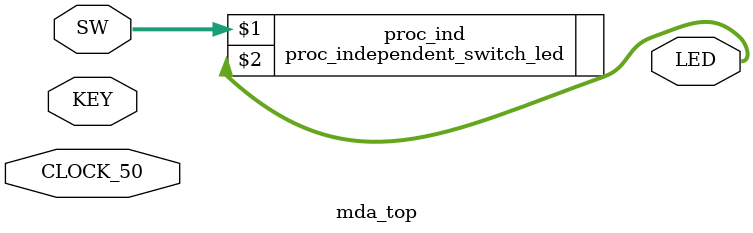
<source format=v>
/*
 * This is the top-level module for the entire Quartus project.
 * This instantiates processor-independent modules and the
 * SOPC module, which contains NIOS and its Avalon slaves.
 */

module mda_top (input [3:0]SW, input CLOCK_50, input [0:0]KEY, output [3:0]LED);
  // instantiate Switch to LED connection
  proc_independent_switch_led proc_ind(SW, LED);

  // instantiate SOPC module
  mda mda_inst (CLOCK_50, KEY[0]);

endmodule


</source>
